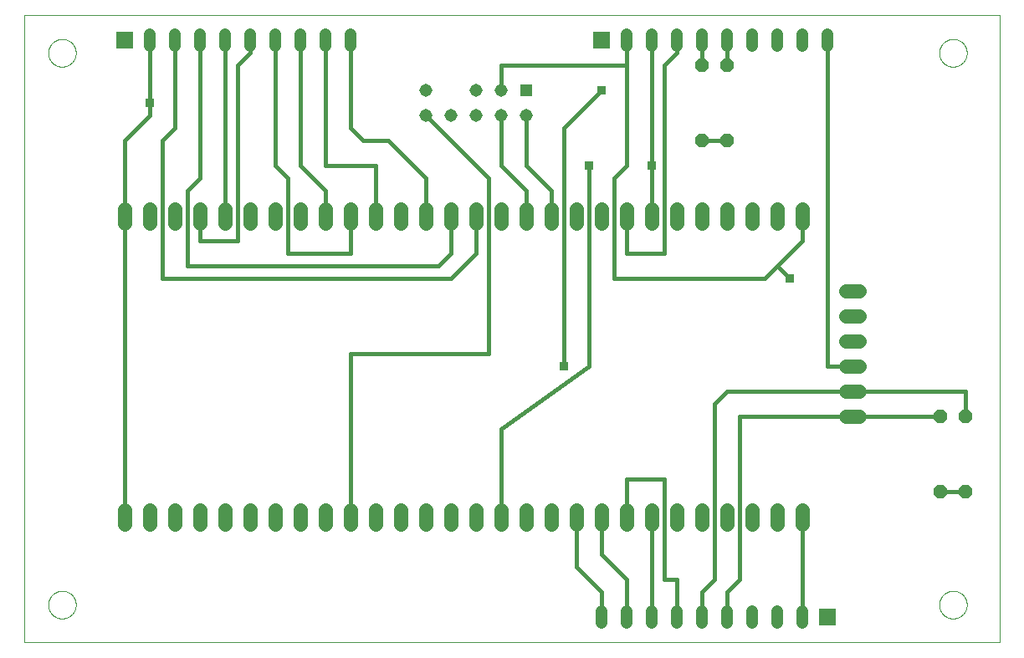
<source format=gbl>
G75*
%MOIN*%
%OFA0B0*%
%FSLAX25Y25*%
%IPPOS*%
%LPD*%
%AMOC8*
5,1,8,0,0,1.08239X$1,22.5*
%
%ADD10C,0.00000*%
%ADD11C,0.05543*%
%ADD12R,0.07000X0.07000*%
%ADD13C,0.04756*%
%ADD14C,0.05150*%
%ADD15R,0.05150X0.05150*%
%ADD16OC8,0.05200*%
%ADD17C,0.01600*%
%ADD18R,0.03562X0.03562*%
D10*
X0001000Y0008000D02*
X0001000Y0257961D01*
X0389701Y0257961D01*
X0389701Y0008000D01*
X0001000Y0008000D01*
X0010488Y0023000D02*
X0010490Y0023148D01*
X0010496Y0023296D01*
X0010506Y0023444D01*
X0010520Y0023591D01*
X0010538Y0023738D01*
X0010559Y0023884D01*
X0010585Y0024030D01*
X0010615Y0024175D01*
X0010648Y0024319D01*
X0010686Y0024462D01*
X0010727Y0024604D01*
X0010772Y0024745D01*
X0010820Y0024885D01*
X0010873Y0025024D01*
X0010929Y0025161D01*
X0010989Y0025296D01*
X0011052Y0025430D01*
X0011119Y0025562D01*
X0011190Y0025692D01*
X0011264Y0025820D01*
X0011341Y0025946D01*
X0011422Y0026070D01*
X0011506Y0026192D01*
X0011593Y0026311D01*
X0011684Y0026428D01*
X0011778Y0026543D01*
X0011874Y0026655D01*
X0011974Y0026765D01*
X0012076Y0026871D01*
X0012182Y0026975D01*
X0012290Y0027076D01*
X0012401Y0027174D01*
X0012514Y0027270D01*
X0012630Y0027362D01*
X0012748Y0027451D01*
X0012869Y0027536D01*
X0012992Y0027619D01*
X0013117Y0027698D01*
X0013244Y0027774D01*
X0013373Y0027846D01*
X0013504Y0027915D01*
X0013637Y0027980D01*
X0013772Y0028041D01*
X0013908Y0028099D01*
X0014045Y0028154D01*
X0014184Y0028204D01*
X0014325Y0028251D01*
X0014466Y0028294D01*
X0014609Y0028334D01*
X0014753Y0028369D01*
X0014897Y0028401D01*
X0015043Y0028428D01*
X0015189Y0028452D01*
X0015336Y0028472D01*
X0015483Y0028488D01*
X0015630Y0028500D01*
X0015778Y0028508D01*
X0015926Y0028512D01*
X0016074Y0028512D01*
X0016222Y0028508D01*
X0016370Y0028500D01*
X0016517Y0028488D01*
X0016664Y0028472D01*
X0016811Y0028452D01*
X0016957Y0028428D01*
X0017103Y0028401D01*
X0017247Y0028369D01*
X0017391Y0028334D01*
X0017534Y0028294D01*
X0017675Y0028251D01*
X0017816Y0028204D01*
X0017955Y0028154D01*
X0018092Y0028099D01*
X0018228Y0028041D01*
X0018363Y0027980D01*
X0018496Y0027915D01*
X0018627Y0027846D01*
X0018756Y0027774D01*
X0018883Y0027698D01*
X0019008Y0027619D01*
X0019131Y0027536D01*
X0019252Y0027451D01*
X0019370Y0027362D01*
X0019486Y0027270D01*
X0019599Y0027174D01*
X0019710Y0027076D01*
X0019818Y0026975D01*
X0019924Y0026871D01*
X0020026Y0026765D01*
X0020126Y0026655D01*
X0020222Y0026543D01*
X0020316Y0026428D01*
X0020407Y0026311D01*
X0020494Y0026192D01*
X0020578Y0026070D01*
X0020659Y0025946D01*
X0020736Y0025820D01*
X0020810Y0025692D01*
X0020881Y0025562D01*
X0020948Y0025430D01*
X0021011Y0025296D01*
X0021071Y0025161D01*
X0021127Y0025024D01*
X0021180Y0024885D01*
X0021228Y0024745D01*
X0021273Y0024604D01*
X0021314Y0024462D01*
X0021352Y0024319D01*
X0021385Y0024175D01*
X0021415Y0024030D01*
X0021441Y0023884D01*
X0021462Y0023738D01*
X0021480Y0023591D01*
X0021494Y0023444D01*
X0021504Y0023296D01*
X0021510Y0023148D01*
X0021512Y0023000D01*
X0021510Y0022852D01*
X0021504Y0022704D01*
X0021494Y0022556D01*
X0021480Y0022409D01*
X0021462Y0022262D01*
X0021441Y0022116D01*
X0021415Y0021970D01*
X0021385Y0021825D01*
X0021352Y0021681D01*
X0021314Y0021538D01*
X0021273Y0021396D01*
X0021228Y0021255D01*
X0021180Y0021115D01*
X0021127Y0020976D01*
X0021071Y0020839D01*
X0021011Y0020704D01*
X0020948Y0020570D01*
X0020881Y0020438D01*
X0020810Y0020308D01*
X0020736Y0020180D01*
X0020659Y0020054D01*
X0020578Y0019930D01*
X0020494Y0019808D01*
X0020407Y0019689D01*
X0020316Y0019572D01*
X0020222Y0019457D01*
X0020126Y0019345D01*
X0020026Y0019235D01*
X0019924Y0019129D01*
X0019818Y0019025D01*
X0019710Y0018924D01*
X0019599Y0018826D01*
X0019486Y0018730D01*
X0019370Y0018638D01*
X0019252Y0018549D01*
X0019131Y0018464D01*
X0019008Y0018381D01*
X0018883Y0018302D01*
X0018756Y0018226D01*
X0018627Y0018154D01*
X0018496Y0018085D01*
X0018363Y0018020D01*
X0018228Y0017959D01*
X0018092Y0017901D01*
X0017955Y0017846D01*
X0017816Y0017796D01*
X0017675Y0017749D01*
X0017534Y0017706D01*
X0017391Y0017666D01*
X0017247Y0017631D01*
X0017103Y0017599D01*
X0016957Y0017572D01*
X0016811Y0017548D01*
X0016664Y0017528D01*
X0016517Y0017512D01*
X0016370Y0017500D01*
X0016222Y0017492D01*
X0016074Y0017488D01*
X0015926Y0017488D01*
X0015778Y0017492D01*
X0015630Y0017500D01*
X0015483Y0017512D01*
X0015336Y0017528D01*
X0015189Y0017548D01*
X0015043Y0017572D01*
X0014897Y0017599D01*
X0014753Y0017631D01*
X0014609Y0017666D01*
X0014466Y0017706D01*
X0014325Y0017749D01*
X0014184Y0017796D01*
X0014045Y0017846D01*
X0013908Y0017901D01*
X0013772Y0017959D01*
X0013637Y0018020D01*
X0013504Y0018085D01*
X0013373Y0018154D01*
X0013244Y0018226D01*
X0013117Y0018302D01*
X0012992Y0018381D01*
X0012869Y0018464D01*
X0012748Y0018549D01*
X0012630Y0018638D01*
X0012514Y0018730D01*
X0012401Y0018826D01*
X0012290Y0018924D01*
X0012182Y0019025D01*
X0012076Y0019129D01*
X0011974Y0019235D01*
X0011874Y0019345D01*
X0011778Y0019457D01*
X0011684Y0019572D01*
X0011593Y0019689D01*
X0011506Y0019808D01*
X0011422Y0019930D01*
X0011341Y0020054D01*
X0011264Y0020180D01*
X0011190Y0020308D01*
X0011119Y0020438D01*
X0011052Y0020570D01*
X0010989Y0020704D01*
X0010929Y0020839D01*
X0010873Y0020976D01*
X0010820Y0021115D01*
X0010772Y0021255D01*
X0010727Y0021396D01*
X0010686Y0021538D01*
X0010648Y0021681D01*
X0010615Y0021825D01*
X0010585Y0021970D01*
X0010559Y0022116D01*
X0010538Y0022262D01*
X0010520Y0022409D01*
X0010506Y0022556D01*
X0010496Y0022704D01*
X0010490Y0022852D01*
X0010488Y0023000D01*
X0010488Y0243000D02*
X0010490Y0243148D01*
X0010496Y0243296D01*
X0010506Y0243444D01*
X0010520Y0243591D01*
X0010538Y0243738D01*
X0010559Y0243884D01*
X0010585Y0244030D01*
X0010615Y0244175D01*
X0010648Y0244319D01*
X0010686Y0244462D01*
X0010727Y0244604D01*
X0010772Y0244745D01*
X0010820Y0244885D01*
X0010873Y0245024D01*
X0010929Y0245161D01*
X0010989Y0245296D01*
X0011052Y0245430D01*
X0011119Y0245562D01*
X0011190Y0245692D01*
X0011264Y0245820D01*
X0011341Y0245946D01*
X0011422Y0246070D01*
X0011506Y0246192D01*
X0011593Y0246311D01*
X0011684Y0246428D01*
X0011778Y0246543D01*
X0011874Y0246655D01*
X0011974Y0246765D01*
X0012076Y0246871D01*
X0012182Y0246975D01*
X0012290Y0247076D01*
X0012401Y0247174D01*
X0012514Y0247270D01*
X0012630Y0247362D01*
X0012748Y0247451D01*
X0012869Y0247536D01*
X0012992Y0247619D01*
X0013117Y0247698D01*
X0013244Y0247774D01*
X0013373Y0247846D01*
X0013504Y0247915D01*
X0013637Y0247980D01*
X0013772Y0248041D01*
X0013908Y0248099D01*
X0014045Y0248154D01*
X0014184Y0248204D01*
X0014325Y0248251D01*
X0014466Y0248294D01*
X0014609Y0248334D01*
X0014753Y0248369D01*
X0014897Y0248401D01*
X0015043Y0248428D01*
X0015189Y0248452D01*
X0015336Y0248472D01*
X0015483Y0248488D01*
X0015630Y0248500D01*
X0015778Y0248508D01*
X0015926Y0248512D01*
X0016074Y0248512D01*
X0016222Y0248508D01*
X0016370Y0248500D01*
X0016517Y0248488D01*
X0016664Y0248472D01*
X0016811Y0248452D01*
X0016957Y0248428D01*
X0017103Y0248401D01*
X0017247Y0248369D01*
X0017391Y0248334D01*
X0017534Y0248294D01*
X0017675Y0248251D01*
X0017816Y0248204D01*
X0017955Y0248154D01*
X0018092Y0248099D01*
X0018228Y0248041D01*
X0018363Y0247980D01*
X0018496Y0247915D01*
X0018627Y0247846D01*
X0018756Y0247774D01*
X0018883Y0247698D01*
X0019008Y0247619D01*
X0019131Y0247536D01*
X0019252Y0247451D01*
X0019370Y0247362D01*
X0019486Y0247270D01*
X0019599Y0247174D01*
X0019710Y0247076D01*
X0019818Y0246975D01*
X0019924Y0246871D01*
X0020026Y0246765D01*
X0020126Y0246655D01*
X0020222Y0246543D01*
X0020316Y0246428D01*
X0020407Y0246311D01*
X0020494Y0246192D01*
X0020578Y0246070D01*
X0020659Y0245946D01*
X0020736Y0245820D01*
X0020810Y0245692D01*
X0020881Y0245562D01*
X0020948Y0245430D01*
X0021011Y0245296D01*
X0021071Y0245161D01*
X0021127Y0245024D01*
X0021180Y0244885D01*
X0021228Y0244745D01*
X0021273Y0244604D01*
X0021314Y0244462D01*
X0021352Y0244319D01*
X0021385Y0244175D01*
X0021415Y0244030D01*
X0021441Y0243884D01*
X0021462Y0243738D01*
X0021480Y0243591D01*
X0021494Y0243444D01*
X0021504Y0243296D01*
X0021510Y0243148D01*
X0021512Y0243000D01*
X0021510Y0242852D01*
X0021504Y0242704D01*
X0021494Y0242556D01*
X0021480Y0242409D01*
X0021462Y0242262D01*
X0021441Y0242116D01*
X0021415Y0241970D01*
X0021385Y0241825D01*
X0021352Y0241681D01*
X0021314Y0241538D01*
X0021273Y0241396D01*
X0021228Y0241255D01*
X0021180Y0241115D01*
X0021127Y0240976D01*
X0021071Y0240839D01*
X0021011Y0240704D01*
X0020948Y0240570D01*
X0020881Y0240438D01*
X0020810Y0240308D01*
X0020736Y0240180D01*
X0020659Y0240054D01*
X0020578Y0239930D01*
X0020494Y0239808D01*
X0020407Y0239689D01*
X0020316Y0239572D01*
X0020222Y0239457D01*
X0020126Y0239345D01*
X0020026Y0239235D01*
X0019924Y0239129D01*
X0019818Y0239025D01*
X0019710Y0238924D01*
X0019599Y0238826D01*
X0019486Y0238730D01*
X0019370Y0238638D01*
X0019252Y0238549D01*
X0019131Y0238464D01*
X0019008Y0238381D01*
X0018883Y0238302D01*
X0018756Y0238226D01*
X0018627Y0238154D01*
X0018496Y0238085D01*
X0018363Y0238020D01*
X0018228Y0237959D01*
X0018092Y0237901D01*
X0017955Y0237846D01*
X0017816Y0237796D01*
X0017675Y0237749D01*
X0017534Y0237706D01*
X0017391Y0237666D01*
X0017247Y0237631D01*
X0017103Y0237599D01*
X0016957Y0237572D01*
X0016811Y0237548D01*
X0016664Y0237528D01*
X0016517Y0237512D01*
X0016370Y0237500D01*
X0016222Y0237492D01*
X0016074Y0237488D01*
X0015926Y0237488D01*
X0015778Y0237492D01*
X0015630Y0237500D01*
X0015483Y0237512D01*
X0015336Y0237528D01*
X0015189Y0237548D01*
X0015043Y0237572D01*
X0014897Y0237599D01*
X0014753Y0237631D01*
X0014609Y0237666D01*
X0014466Y0237706D01*
X0014325Y0237749D01*
X0014184Y0237796D01*
X0014045Y0237846D01*
X0013908Y0237901D01*
X0013772Y0237959D01*
X0013637Y0238020D01*
X0013504Y0238085D01*
X0013373Y0238154D01*
X0013244Y0238226D01*
X0013117Y0238302D01*
X0012992Y0238381D01*
X0012869Y0238464D01*
X0012748Y0238549D01*
X0012630Y0238638D01*
X0012514Y0238730D01*
X0012401Y0238826D01*
X0012290Y0238924D01*
X0012182Y0239025D01*
X0012076Y0239129D01*
X0011974Y0239235D01*
X0011874Y0239345D01*
X0011778Y0239457D01*
X0011684Y0239572D01*
X0011593Y0239689D01*
X0011506Y0239808D01*
X0011422Y0239930D01*
X0011341Y0240054D01*
X0011264Y0240180D01*
X0011190Y0240308D01*
X0011119Y0240438D01*
X0011052Y0240570D01*
X0010989Y0240704D01*
X0010929Y0240839D01*
X0010873Y0240976D01*
X0010820Y0241115D01*
X0010772Y0241255D01*
X0010727Y0241396D01*
X0010686Y0241538D01*
X0010648Y0241681D01*
X0010615Y0241825D01*
X0010585Y0241970D01*
X0010559Y0242116D01*
X0010538Y0242262D01*
X0010520Y0242409D01*
X0010506Y0242556D01*
X0010496Y0242704D01*
X0010490Y0242852D01*
X0010488Y0243000D01*
X0365488Y0243000D02*
X0365490Y0243148D01*
X0365496Y0243296D01*
X0365506Y0243444D01*
X0365520Y0243591D01*
X0365538Y0243738D01*
X0365559Y0243884D01*
X0365585Y0244030D01*
X0365615Y0244175D01*
X0365648Y0244319D01*
X0365686Y0244462D01*
X0365727Y0244604D01*
X0365772Y0244745D01*
X0365820Y0244885D01*
X0365873Y0245024D01*
X0365929Y0245161D01*
X0365989Y0245296D01*
X0366052Y0245430D01*
X0366119Y0245562D01*
X0366190Y0245692D01*
X0366264Y0245820D01*
X0366341Y0245946D01*
X0366422Y0246070D01*
X0366506Y0246192D01*
X0366593Y0246311D01*
X0366684Y0246428D01*
X0366778Y0246543D01*
X0366874Y0246655D01*
X0366974Y0246765D01*
X0367076Y0246871D01*
X0367182Y0246975D01*
X0367290Y0247076D01*
X0367401Y0247174D01*
X0367514Y0247270D01*
X0367630Y0247362D01*
X0367748Y0247451D01*
X0367869Y0247536D01*
X0367992Y0247619D01*
X0368117Y0247698D01*
X0368244Y0247774D01*
X0368373Y0247846D01*
X0368504Y0247915D01*
X0368637Y0247980D01*
X0368772Y0248041D01*
X0368908Y0248099D01*
X0369045Y0248154D01*
X0369184Y0248204D01*
X0369325Y0248251D01*
X0369466Y0248294D01*
X0369609Y0248334D01*
X0369753Y0248369D01*
X0369897Y0248401D01*
X0370043Y0248428D01*
X0370189Y0248452D01*
X0370336Y0248472D01*
X0370483Y0248488D01*
X0370630Y0248500D01*
X0370778Y0248508D01*
X0370926Y0248512D01*
X0371074Y0248512D01*
X0371222Y0248508D01*
X0371370Y0248500D01*
X0371517Y0248488D01*
X0371664Y0248472D01*
X0371811Y0248452D01*
X0371957Y0248428D01*
X0372103Y0248401D01*
X0372247Y0248369D01*
X0372391Y0248334D01*
X0372534Y0248294D01*
X0372675Y0248251D01*
X0372816Y0248204D01*
X0372955Y0248154D01*
X0373092Y0248099D01*
X0373228Y0248041D01*
X0373363Y0247980D01*
X0373496Y0247915D01*
X0373627Y0247846D01*
X0373756Y0247774D01*
X0373883Y0247698D01*
X0374008Y0247619D01*
X0374131Y0247536D01*
X0374252Y0247451D01*
X0374370Y0247362D01*
X0374486Y0247270D01*
X0374599Y0247174D01*
X0374710Y0247076D01*
X0374818Y0246975D01*
X0374924Y0246871D01*
X0375026Y0246765D01*
X0375126Y0246655D01*
X0375222Y0246543D01*
X0375316Y0246428D01*
X0375407Y0246311D01*
X0375494Y0246192D01*
X0375578Y0246070D01*
X0375659Y0245946D01*
X0375736Y0245820D01*
X0375810Y0245692D01*
X0375881Y0245562D01*
X0375948Y0245430D01*
X0376011Y0245296D01*
X0376071Y0245161D01*
X0376127Y0245024D01*
X0376180Y0244885D01*
X0376228Y0244745D01*
X0376273Y0244604D01*
X0376314Y0244462D01*
X0376352Y0244319D01*
X0376385Y0244175D01*
X0376415Y0244030D01*
X0376441Y0243884D01*
X0376462Y0243738D01*
X0376480Y0243591D01*
X0376494Y0243444D01*
X0376504Y0243296D01*
X0376510Y0243148D01*
X0376512Y0243000D01*
X0376510Y0242852D01*
X0376504Y0242704D01*
X0376494Y0242556D01*
X0376480Y0242409D01*
X0376462Y0242262D01*
X0376441Y0242116D01*
X0376415Y0241970D01*
X0376385Y0241825D01*
X0376352Y0241681D01*
X0376314Y0241538D01*
X0376273Y0241396D01*
X0376228Y0241255D01*
X0376180Y0241115D01*
X0376127Y0240976D01*
X0376071Y0240839D01*
X0376011Y0240704D01*
X0375948Y0240570D01*
X0375881Y0240438D01*
X0375810Y0240308D01*
X0375736Y0240180D01*
X0375659Y0240054D01*
X0375578Y0239930D01*
X0375494Y0239808D01*
X0375407Y0239689D01*
X0375316Y0239572D01*
X0375222Y0239457D01*
X0375126Y0239345D01*
X0375026Y0239235D01*
X0374924Y0239129D01*
X0374818Y0239025D01*
X0374710Y0238924D01*
X0374599Y0238826D01*
X0374486Y0238730D01*
X0374370Y0238638D01*
X0374252Y0238549D01*
X0374131Y0238464D01*
X0374008Y0238381D01*
X0373883Y0238302D01*
X0373756Y0238226D01*
X0373627Y0238154D01*
X0373496Y0238085D01*
X0373363Y0238020D01*
X0373228Y0237959D01*
X0373092Y0237901D01*
X0372955Y0237846D01*
X0372816Y0237796D01*
X0372675Y0237749D01*
X0372534Y0237706D01*
X0372391Y0237666D01*
X0372247Y0237631D01*
X0372103Y0237599D01*
X0371957Y0237572D01*
X0371811Y0237548D01*
X0371664Y0237528D01*
X0371517Y0237512D01*
X0371370Y0237500D01*
X0371222Y0237492D01*
X0371074Y0237488D01*
X0370926Y0237488D01*
X0370778Y0237492D01*
X0370630Y0237500D01*
X0370483Y0237512D01*
X0370336Y0237528D01*
X0370189Y0237548D01*
X0370043Y0237572D01*
X0369897Y0237599D01*
X0369753Y0237631D01*
X0369609Y0237666D01*
X0369466Y0237706D01*
X0369325Y0237749D01*
X0369184Y0237796D01*
X0369045Y0237846D01*
X0368908Y0237901D01*
X0368772Y0237959D01*
X0368637Y0238020D01*
X0368504Y0238085D01*
X0368373Y0238154D01*
X0368244Y0238226D01*
X0368117Y0238302D01*
X0367992Y0238381D01*
X0367869Y0238464D01*
X0367748Y0238549D01*
X0367630Y0238638D01*
X0367514Y0238730D01*
X0367401Y0238826D01*
X0367290Y0238924D01*
X0367182Y0239025D01*
X0367076Y0239129D01*
X0366974Y0239235D01*
X0366874Y0239345D01*
X0366778Y0239457D01*
X0366684Y0239572D01*
X0366593Y0239689D01*
X0366506Y0239808D01*
X0366422Y0239930D01*
X0366341Y0240054D01*
X0366264Y0240180D01*
X0366190Y0240308D01*
X0366119Y0240438D01*
X0366052Y0240570D01*
X0365989Y0240704D01*
X0365929Y0240839D01*
X0365873Y0240976D01*
X0365820Y0241115D01*
X0365772Y0241255D01*
X0365727Y0241396D01*
X0365686Y0241538D01*
X0365648Y0241681D01*
X0365615Y0241825D01*
X0365585Y0241970D01*
X0365559Y0242116D01*
X0365538Y0242262D01*
X0365520Y0242409D01*
X0365506Y0242556D01*
X0365496Y0242704D01*
X0365490Y0242852D01*
X0365488Y0243000D01*
X0365488Y0023000D02*
X0365490Y0023148D01*
X0365496Y0023296D01*
X0365506Y0023444D01*
X0365520Y0023591D01*
X0365538Y0023738D01*
X0365559Y0023884D01*
X0365585Y0024030D01*
X0365615Y0024175D01*
X0365648Y0024319D01*
X0365686Y0024462D01*
X0365727Y0024604D01*
X0365772Y0024745D01*
X0365820Y0024885D01*
X0365873Y0025024D01*
X0365929Y0025161D01*
X0365989Y0025296D01*
X0366052Y0025430D01*
X0366119Y0025562D01*
X0366190Y0025692D01*
X0366264Y0025820D01*
X0366341Y0025946D01*
X0366422Y0026070D01*
X0366506Y0026192D01*
X0366593Y0026311D01*
X0366684Y0026428D01*
X0366778Y0026543D01*
X0366874Y0026655D01*
X0366974Y0026765D01*
X0367076Y0026871D01*
X0367182Y0026975D01*
X0367290Y0027076D01*
X0367401Y0027174D01*
X0367514Y0027270D01*
X0367630Y0027362D01*
X0367748Y0027451D01*
X0367869Y0027536D01*
X0367992Y0027619D01*
X0368117Y0027698D01*
X0368244Y0027774D01*
X0368373Y0027846D01*
X0368504Y0027915D01*
X0368637Y0027980D01*
X0368772Y0028041D01*
X0368908Y0028099D01*
X0369045Y0028154D01*
X0369184Y0028204D01*
X0369325Y0028251D01*
X0369466Y0028294D01*
X0369609Y0028334D01*
X0369753Y0028369D01*
X0369897Y0028401D01*
X0370043Y0028428D01*
X0370189Y0028452D01*
X0370336Y0028472D01*
X0370483Y0028488D01*
X0370630Y0028500D01*
X0370778Y0028508D01*
X0370926Y0028512D01*
X0371074Y0028512D01*
X0371222Y0028508D01*
X0371370Y0028500D01*
X0371517Y0028488D01*
X0371664Y0028472D01*
X0371811Y0028452D01*
X0371957Y0028428D01*
X0372103Y0028401D01*
X0372247Y0028369D01*
X0372391Y0028334D01*
X0372534Y0028294D01*
X0372675Y0028251D01*
X0372816Y0028204D01*
X0372955Y0028154D01*
X0373092Y0028099D01*
X0373228Y0028041D01*
X0373363Y0027980D01*
X0373496Y0027915D01*
X0373627Y0027846D01*
X0373756Y0027774D01*
X0373883Y0027698D01*
X0374008Y0027619D01*
X0374131Y0027536D01*
X0374252Y0027451D01*
X0374370Y0027362D01*
X0374486Y0027270D01*
X0374599Y0027174D01*
X0374710Y0027076D01*
X0374818Y0026975D01*
X0374924Y0026871D01*
X0375026Y0026765D01*
X0375126Y0026655D01*
X0375222Y0026543D01*
X0375316Y0026428D01*
X0375407Y0026311D01*
X0375494Y0026192D01*
X0375578Y0026070D01*
X0375659Y0025946D01*
X0375736Y0025820D01*
X0375810Y0025692D01*
X0375881Y0025562D01*
X0375948Y0025430D01*
X0376011Y0025296D01*
X0376071Y0025161D01*
X0376127Y0025024D01*
X0376180Y0024885D01*
X0376228Y0024745D01*
X0376273Y0024604D01*
X0376314Y0024462D01*
X0376352Y0024319D01*
X0376385Y0024175D01*
X0376415Y0024030D01*
X0376441Y0023884D01*
X0376462Y0023738D01*
X0376480Y0023591D01*
X0376494Y0023444D01*
X0376504Y0023296D01*
X0376510Y0023148D01*
X0376512Y0023000D01*
X0376510Y0022852D01*
X0376504Y0022704D01*
X0376494Y0022556D01*
X0376480Y0022409D01*
X0376462Y0022262D01*
X0376441Y0022116D01*
X0376415Y0021970D01*
X0376385Y0021825D01*
X0376352Y0021681D01*
X0376314Y0021538D01*
X0376273Y0021396D01*
X0376228Y0021255D01*
X0376180Y0021115D01*
X0376127Y0020976D01*
X0376071Y0020839D01*
X0376011Y0020704D01*
X0375948Y0020570D01*
X0375881Y0020438D01*
X0375810Y0020308D01*
X0375736Y0020180D01*
X0375659Y0020054D01*
X0375578Y0019930D01*
X0375494Y0019808D01*
X0375407Y0019689D01*
X0375316Y0019572D01*
X0375222Y0019457D01*
X0375126Y0019345D01*
X0375026Y0019235D01*
X0374924Y0019129D01*
X0374818Y0019025D01*
X0374710Y0018924D01*
X0374599Y0018826D01*
X0374486Y0018730D01*
X0374370Y0018638D01*
X0374252Y0018549D01*
X0374131Y0018464D01*
X0374008Y0018381D01*
X0373883Y0018302D01*
X0373756Y0018226D01*
X0373627Y0018154D01*
X0373496Y0018085D01*
X0373363Y0018020D01*
X0373228Y0017959D01*
X0373092Y0017901D01*
X0372955Y0017846D01*
X0372816Y0017796D01*
X0372675Y0017749D01*
X0372534Y0017706D01*
X0372391Y0017666D01*
X0372247Y0017631D01*
X0372103Y0017599D01*
X0371957Y0017572D01*
X0371811Y0017548D01*
X0371664Y0017528D01*
X0371517Y0017512D01*
X0371370Y0017500D01*
X0371222Y0017492D01*
X0371074Y0017488D01*
X0370926Y0017488D01*
X0370778Y0017492D01*
X0370630Y0017500D01*
X0370483Y0017512D01*
X0370336Y0017528D01*
X0370189Y0017548D01*
X0370043Y0017572D01*
X0369897Y0017599D01*
X0369753Y0017631D01*
X0369609Y0017666D01*
X0369466Y0017706D01*
X0369325Y0017749D01*
X0369184Y0017796D01*
X0369045Y0017846D01*
X0368908Y0017901D01*
X0368772Y0017959D01*
X0368637Y0018020D01*
X0368504Y0018085D01*
X0368373Y0018154D01*
X0368244Y0018226D01*
X0368117Y0018302D01*
X0367992Y0018381D01*
X0367869Y0018464D01*
X0367748Y0018549D01*
X0367630Y0018638D01*
X0367514Y0018730D01*
X0367401Y0018826D01*
X0367290Y0018924D01*
X0367182Y0019025D01*
X0367076Y0019129D01*
X0366974Y0019235D01*
X0366874Y0019345D01*
X0366778Y0019457D01*
X0366684Y0019572D01*
X0366593Y0019689D01*
X0366506Y0019808D01*
X0366422Y0019930D01*
X0366341Y0020054D01*
X0366264Y0020180D01*
X0366190Y0020308D01*
X0366119Y0020438D01*
X0366052Y0020570D01*
X0365989Y0020704D01*
X0365929Y0020839D01*
X0365873Y0020976D01*
X0365820Y0021115D01*
X0365772Y0021255D01*
X0365727Y0021396D01*
X0365686Y0021538D01*
X0365648Y0021681D01*
X0365615Y0021825D01*
X0365585Y0021970D01*
X0365559Y0022116D01*
X0365538Y0022262D01*
X0365520Y0022409D01*
X0365506Y0022556D01*
X0365496Y0022704D01*
X0365490Y0022852D01*
X0365488Y0023000D01*
D11*
X0311000Y0055228D02*
X0311000Y0060772D01*
X0301000Y0060772D02*
X0301000Y0055228D01*
X0291000Y0055228D02*
X0291000Y0060772D01*
X0281000Y0060772D02*
X0281000Y0055228D01*
X0271000Y0055228D02*
X0271000Y0060772D01*
X0261000Y0060772D02*
X0261000Y0055228D01*
X0251000Y0055228D02*
X0251000Y0060772D01*
X0241000Y0060772D02*
X0241000Y0055228D01*
X0231000Y0055228D02*
X0231000Y0060772D01*
X0221000Y0060772D02*
X0221000Y0055228D01*
X0211000Y0055228D02*
X0211000Y0060772D01*
X0201000Y0060772D02*
X0201000Y0055228D01*
X0191000Y0055228D02*
X0191000Y0060772D01*
X0181000Y0060772D02*
X0181000Y0055228D01*
X0171000Y0055228D02*
X0171000Y0060772D01*
X0161000Y0060772D02*
X0161000Y0055228D01*
X0151000Y0055228D02*
X0151000Y0060772D01*
X0141000Y0060772D02*
X0141000Y0055228D01*
X0131000Y0055228D02*
X0131000Y0060772D01*
X0121000Y0060772D02*
X0121000Y0055228D01*
X0111000Y0055228D02*
X0111000Y0060772D01*
X0101000Y0060772D02*
X0101000Y0055228D01*
X0091000Y0055228D02*
X0091000Y0060772D01*
X0081000Y0060772D02*
X0081000Y0055228D01*
X0071000Y0055228D02*
X0071000Y0060772D01*
X0061000Y0060772D02*
X0061000Y0055228D01*
X0051000Y0055228D02*
X0051000Y0060772D01*
X0041000Y0060772D02*
X0041000Y0055228D01*
X0041000Y0175228D02*
X0041000Y0180772D01*
X0051000Y0180772D02*
X0051000Y0175228D01*
X0061000Y0175228D02*
X0061000Y0180772D01*
X0071000Y0180772D02*
X0071000Y0175228D01*
X0081000Y0175228D02*
X0081000Y0180772D01*
X0091000Y0180772D02*
X0091000Y0175228D01*
X0101000Y0175228D02*
X0101000Y0180772D01*
X0111000Y0180772D02*
X0111000Y0175228D01*
X0121000Y0175228D02*
X0121000Y0180772D01*
X0131000Y0180772D02*
X0131000Y0175228D01*
X0141000Y0175228D02*
X0141000Y0180772D01*
X0151000Y0180772D02*
X0151000Y0175228D01*
X0161000Y0175228D02*
X0161000Y0180772D01*
X0171000Y0180772D02*
X0171000Y0175228D01*
X0181000Y0175228D02*
X0181000Y0180772D01*
X0191000Y0180772D02*
X0191000Y0175228D01*
X0201000Y0175228D02*
X0201000Y0180772D01*
X0211000Y0180772D02*
X0211000Y0175228D01*
X0221000Y0175228D02*
X0221000Y0180772D01*
X0231000Y0180772D02*
X0231000Y0175228D01*
X0241000Y0175228D02*
X0241000Y0180772D01*
X0251000Y0180772D02*
X0251000Y0175228D01*
X0261000Y0175228D02*
X0261000Y0180772D01*
X0271000Y0180772D02*
X0271000Y0175228D01*
X0281000Y0175228D02*
X0281000Y0180772D01*
X0291000Y0180772D02*
X0291000Y0175228D01*
X0301000Y0175228D02*
X0301000Y0180772D01*
X0311000Y0180772D02*
X0311000Y0175228D01*
X0328228Y0148000D02*
X0333772Y0148000D01*
X0333772Y0138000D02*
X0328228Y0138000D01*
X0328228Y0128000D02*
X0333772Y0128000D01*
X0333772Y0118000D02*
X0328228Y0118000D01*
X0328228Y0108000D02*
X0333772Y0108000D01*
X0333772Y0098000D02*
X0328228Y0098000D01*
D12*
X0321000Y0018000D03*
X0231000Y0248000D03*
X0041000Y0248000D03*
D13*
X0051000Y0250378D02*
X0051000Y0245622D01*
X0061000Y0245622D02*
X0061000Y0250378D01*
X0071000Y0250378D02*
X0071000Y0245622D01*
X0081000Y0245622D02*
X0081000Y0250378D01*
X0091000Y0250378D02*
X0091000Y0245622D01*
X0101000Y0245622D02*
X0101000Y0250378D01*
X0111000Y0250378D02*
X0111000Y0245622D01*
X0121000Y0245622D02*
X0121000Y0250378D01*
X0131000Y0250378D02*
X0131000Y0245622D01*
X0241000Y0245622D02*
X0241000Y0250378D01*
X0251000Y0250378D02*
X0251000Y0245622D01*
X0261000Y0245622D02*
X0261000Y0250378D01*
X0271000Y0250378D02*
X0271000Y0245622D01*
X0281000Y0245622D02*
X0281000Y0250378D01*
X0291000Y0250378D02*
X0291000Y0245622D01*
X0301000Y0245622D02*
X0301000Y0250378D01*
X0311000Y0250378D02*
X0311000Y0245622D01*
X0321000Y0245622D02*
X0321000Y0250378D01*
X0311000Y0020378D02*
X0311000Y0015622D01*
X0301000Y0015622D02*
X0301000Y0020378D01*
X0291000Y0020378D02*
X0291000Y0015622D01*
X0281000Y0015622D02*
X0281000Y0020378D01*
X0271000Y0020378D02*
X0271000Y0015622D01*
X0261000Y0015622D02*
X0261000Y0020378D01*
X0251000Y0020378D02*
X0251000Y0015622D01*
X0241000Y0015622D02*
X0241000Y0020378D01*
X0231000Y0020378D02*
X0231000Y0015622D01*
D14*
X0201000Y0218000D03*
X0191000Y0218000D03*
X0181000Y0218000D03*
X0171000Y0218000D03*
X0161000Y0218000D03*
X0161000Y0228000D03*
X0181000Y0228000D03*
X0191000Y0228000D03*
D15*
X0201000Y0228000D03*
D16*
X0271000Y0238000D03*
X0281000Y0238000D03*
X0281000Y0208000D03*
X0271000Y0208000D03*
X0366000Y0098000D03*
X0376000Y0098000D03*
X0376000Y0068000D03*
X0366000Y0068000D03*
D17*
X0376000Y0068000D01*
X0376000Y0098000D02*
X0376000Y0108000D01*
X0331000Y0108000D01*
X0281000Y0108000D01*
X0276000Y0103000D01*
X0276000Y0033000D01*
X0271000Y0028000D01*
X0271000Y0018000D01*
X0281000Y0018000D02*
X0281000Y0028000D01*
X0286000Y0033000D01*
X0286000Y0098000D01*
X0331000Y0098000D01*
X0366000Y0098000D01*
X0331000Y0118000D02*
X0321000Y0118000D01*
X0321000Y0248000D01*
X0281000Y0248000D02*
X0281000Y0238000D01*
X0271000Y0238000D02*
X0271000Y0248000D01*
X0261000Y0248000D02*
X0261000Y0243000D01*
X0256000Y0238000D01*
X0256000Y0163000D01*
X0241000Y0163000D01*
X0241000Y0178000D01*
X0251000Y0178000D02*
X0251000Y0198000D01*
X0251000Y0248000D01*
X0241000Y0248000D02*
X0241000Y0238000D01*
X0191000Y0238000D01*
X0191000Y0228000D01*
X0191000Y0218000D02*
X0191000Y0198000D01*
X0201000Y0188000D01*
X0201000Y0178000D01*
X0211000Y0178000D02*
X0211000Y0188000D01*
X0201000Y0198000D01*
X0201000Y0218000D01*
X0216000Y0213000D02*
X0231000Y0228000D01*
X0241000Y0238000D02*
X0241000Y0198000D01*
X0236000Y0193000D01*
X0236000Y0153000D01*
X0296000Y0153000D01*
X0301000Y0158000D01*
X0306000Y0153000D01*
X0301000Y0158000D02*
X0311000Y0168000D01*
X0311000Y0178000D01*
X0281000Y0208000D02*
X0271000Y0208000D01*
X0226000Y0198000D02*
X0226000Y0118000D01*
X0191000Y0093000D01*
X0191000Y0058000D01*
X0221000Y0058000D02*
X0221000Y0038000D01*
X0231000Y0028000D01*
X0231000Y0018000D01*
X0241000Y0018000D02*
X0241000Y0033000D01*
X0231000Y0043000D01*
X0231000Y0058000D01*
X0241000Y0058000D02*
X0241000Y0073000D01*
X0256000Y0073000D01*
X0256000Y0033000D01*
X0261000Y0033000D01*
X0261000Y0018000D01*
X0251000Y0018000D02*
X0251000Y0058000D01*
X0311000Y0058000D02*
X0311000Y0018000D01*
X0216000Y0118000D02*
X0216000Y0213000D01*
X0186000Y0193000D02*
X0186000Y0123000D01*
X0131000Y0123000D01*
X0131000Y0058000D01*
X0041000Y0058000D02*
X0041000Y0178000D01*
X0041000Y0208000D01*
X0051000Y0218000D01*
X0051000Y0223000D01*
X0051000Y0248000D01*
X0061000Y0248000D02*
X0061000Y0213000D01*
X0056000Y0208000D01*
X0056000Y0153000D01*
X0171000Y0153000D01*
X0181000Y0163000D01*
X0181000Y0178000D01*
X0171000Y0178000D02*
X0171000Y0163000D01*
X0166000Y0158000D01*
X0066000Y0158000D01*
X0066000Y0188000D01*
X0071000Y0193000D01*
X0071000Y0248000D01*
X0081000Y0248000D02*
X0081000Y0178000D01*
X0071000Y0178000D02*
X0071000Y0168000D01*
X0086000Y0168000D01*
X0086000Y0238000D01*
X0091000Y0243000D01*
X0091000Y0248000D01*
X0101000Y0248000D02*
X0101000Y0198000D01*
X0106000Y0193000D01*
X0106000Y0163000D01*
X0131000Y0163000D01*
X0131000Y0178000D01*
X0121000Y0178000D02*
X0121000Y0188000D01*
X0111000Y0198000D01*
X0111000Y0248000D01*
X0121000Y0248000D02*
X0121000Y0198000D01*
X0141000Y0198000D01*
X0141000Y0178000D01*
X0161000Y0178000D02*
X0161000Y0193000D01*
X0146000Y0208000D01*
X0136000Y0208000D01*
X0131000Y0213000D01*
X0131000Y0248000D01*
X0161000Y0218000D02*
X0186000Y0193000D01*
D18*
X0226000Y0198000D03*
X0251000Y0198000D03*
X0231000Y0228000D03*
X0306000Y0153000D03*
X0216000Y0118000D03*
X0051000Y0223000D03*
M02*

</source>
